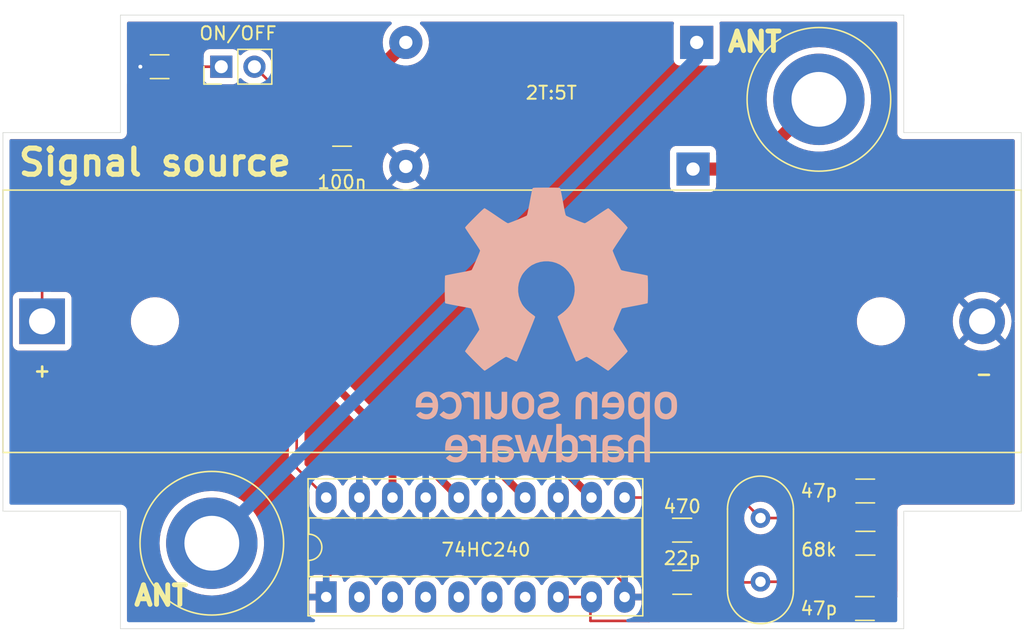
<source format=kicad_pcb>
(kicad_pcb (version 20240108) (generator "pcbnew") (generator_version "8.0")
  (layers (0 "F.Cu" signal) (31 "B.Cu" signal) (34 "B.Paste" user) (35 "F.Paste" user) (36 "B.SilkS" user "B.Silkscreen") (37 "F.SilkS" user "F.Silkscreen") (38 "B.Mask" user) (39 "F.Mask" user) (44 "Edge.Cuts" user))
  (net 0 "")
  (net 1 "Net-(U1-1Y0)")
  (net 2 "Net-(T1-AA)")
  (net 3 "GND")
  (net 4 "Net-(J1-Pin_1)")
  (net 5 "Net-(C3-Pad1)")
  (net 6 "Net-(U1-1A0)")
  (net 7 "Net-(U1-2A3)")
  (net 8 "Net-(J1-Pin_2)")
  (net 9 "Net-(J2-Pin_1)")
  (net 10 "Net-(J3-Pin_1)")
  (footprint "Capacitor_SMD:C_1206_3216Metric" (layer "F.Cu") (at 89.5 62.5)
    (property "Reference" "C2" (hide yes))
    (property "Value" "100n")
    (pad "1" smd roundrect (at -1.475 0) (size 1.15 1.8) (layers "F.Cu" "F.Paste" "F.Mask") (roundrect_rratio 0.217391) (net 3 "GND"))
    (pad "2" smd roundrect (at 1.475 0) (size 1.15 1.8) (layers "F.Cu" "F.Paste" "F.Mask") (roundrect_rratio 0.217391) (net 4 "Net-(J1-Pin_1)"))
  )
  (footprint "50474C:Transformer_BN73-202" (layer "F.Cu") (at 112.86 57.64)
    (property "Reference" "2T:5T" (at 6.64 6.86 0) (layer "F.SilkS"))
    (property "Value" "2T:5T")
    (pad "1" thru_hole circle (at -4.5 3) (size 2.54 2.54) (drill 1.02) (layers "*.Cu" "*.Mask") (net 2 "Net-(T1-AA)"))
    (pad "2" thru_hole circle (at -4.5 12.5) (size 2.54 2.54) (drill 1.02) (layers "*.Cu" "*.Mask") (net 3 "GND"))
    (pad "3" thru_hole rect (at 17.78 3) (size 2.54 2.54) (drill 1.02) (layers "*.Cu" "*.Mask") (net 9 "Net-(J2-Pin_1)"))
    (pad "4" thru_hole rect (at 17.5 12.7) (size 2.54 2.54) (drill 1.02) (layers "*.Cu" "*.Mask") (net 10 "Net-(J3-Pin_1)"))
  )
  (footprint "Resistor_SMD:R_1206_3216Metric" (layer "F.Cu") (at 143.5625 99)
    (property "Reference" "R1" (hide yes))
    (property "Value" "68k" (at -3.5625 0.5 0) (layer "F.SilkS"))
    (pad "1" smd roundrect (at -1.4625 0) (size 1.125 1.75) (layers "F.Cu" "F.Paste" "F.Mask") (roundrect_rratio 0.222222) (net 5 "Net-(C3-Pad1)"))
    (pad "2" smd roundrect (at 1.4625 0) (size 1.125 1.75) (layers "F.Cu" "F.Paste" "F.Mask") (roundrect_rratio 0.222222) (net 7 "Net-(U1-2A3)"))
  )
  (footprint "Capacitor_SMD:C_1206_3216Metric" (layer "F.Cu") (at 129.525 102 180)
    (property "Reference" "C3" (hide yes))
    (property "Value" "22p" (at 0 1.85 0) (layer "F.SilkS"))
    (pad "1" smd roundrect (at -1.475 0 180) (size 1.15 1.8) (layers "F.Cu" "F.Paste" "F.Mask") (roundrect_rratio 0.217391) (net 5 "Net-(C3-Pad1)"))
    (pad "2" smd roundrect (at 1.475 0 180) (size 1.15 1.8) (layers "F.Cu" "F.Paste" "F.Mask") (roundrect_rratio 0.217391) (net 6 "Net-(U1-1A0)"))
  )
  (footprint "Connector:Banana_Jack_1Pin" (layer "F.Cu") (at 140 65)
    (property "Reference" "J3" (hide yes))
    (property "Value" "ANT")
    (pad "1" thru_hole circle (at 0 0) (size 7 10.16) (drill 4.2) (layers "*.Cu" "*.Mask") (net 10 "Net-(J3-Pin_1)"))
  )
  (footprint "Resistor_SMD:R_1206_3216Metric" (layer "F.Cu") (at 129.525 98 180)
    (property "Reference" "R2" (hide yes))
    (property "Value" "470" (at 0 1.82 0) (layer "F.SilkS"))
    (pad "1" smd roundrect (at -1.4625 0 180) (size 1.125 1.75) (layers "F.Cu" "F.Paste" "F.Mask") (roundrect_rratio 0.222222) (net 5 "Net-(C3-Pad1)"))
    (pad "2" smd roundrect (at 1.4625 0 180) (size 1.125 1.75) (layers "F.Cu" "F.Paste" "F.Mask") (roundrect_rratio 0.222222) (net 6 "Net-(U1-1A0)"))
  )
  (footprint "Connector_PinHeader_2.54mm:PinHeader_1x02_P2.54mm_Vertical" (layer "F.Cu") (at 94.225 62.5 90)
    (property "Reference" "J1" (hide yes))
    (property "Value" "ON/OFF" (at 2.556 1.279 180) (layer "F.SilkS"))
    (pad "1" thru_hole rect (at 0 0 90) (size 1.7 1.7) (drill 1) (layers "*.Cu" "*.Mask") (net 4 "Net-(J1-Pin_1)"))
    (pad "2" thru_hole oval (at 0 2.54 90) (size 1.7 1.7) (drill 1) (layers "*.Cu" "*.Mask") (net 8 "Net-(J1-Pin_2)"))
  )
  (footprint "Capacitor_SMD:C_1206_3216Metric" (layer "F.Cu") (at 143.55 95 180)
    (property "Reference" "C5" (hide yes))
    (property "Value" "47p" (at 3.55 0 0) (layer "F.SilkS"))
    (pad "1" smd roundrect (at -1.475 0 180) (size 1.15 1.8) (layers "F.Cu" "F.Paste" "F.Mask") (roundrect_rratio 0.217391) (net 3 "GND"))
    (pad "2" smd roundrect (at 1.475 0 180) (size 1.15 1.8) (layers "F.Cu" "F.Paste" "F.Mask") (roundrect_rratio 0.217391) (net 7 "Net-(U1-2A3)"))
  )
  (footprint "Capacitor_SMD:C_1206_3216Metric" (layer "F.Cu") (at 103.475 69.5)
    (property "Reference" "C1" (hide yes))
    (property "Value" "100n" (at 0 1.85 0) (layer "F.SilkS"))
    (pad "1" smd roundrect (at -1.475 0) (size 1.15 1.8) (layers "F.Cu" "F.Paste" "F.Mask") (roundrect_rratio 0.217391) (net 1 "Net-(U1-1Y0)"))
    (pad "2" smd roundrect (at 1.475 0) (size 1.15 1.8) (layers "F.Cu" "F.Paste" "F.Mask") (roundrect_rratio 0.217391) (net 2 "Net-(T1-AA)"))
  )
  (footprint "Connector:Banana_Jack_1Pin" (layer "F.Cu") (at 93.5 99)
    (property "Reference" "J2" (hide yes))
    (property "Value" "ANT")
    (pad "1" thru_hole circle (at 0 0) (size 7 8) (drill 4.2) (layers "*.Cu" "*.Mask") (net 9 "Net-(J2-Pin_1)"))
  )
  (footprint "Crystal:Crystal_HC49-U_Vertical" (layer "F.Cu") (at 135.525 101.95 90)
    (property "Reference" "Y1" (hide yes))
    (property "Value" "1.8/3.5/7.0")
    (pad "1" thru_hole circle (at 0 0 90) (size 1.5 1.5) (drill 0.8) (layers "*.Cu" "*.Mask") (net 5 "Net-(C3-Pad1)"))
    (pad "2" thru_hole circle (at 4.88 0 90) (size 1.5 1.5) (drill 0.8) (layers "*.Cu" "*.Mask") (net 7 "Net-(U1-2A3)"))
  )
  (footprint "Capacitor_SMD:C_1206_3216Metric" (layer "F.Cu") (at 143.525 104 180)
    (property "Reference" "C4" (hide yes))
    (property "Value" "47p" (at 3.525 0 0) (layer "F.SilkS"))
    (pad "1" smd roundrect (at -1.475 0 180) (size 1.15 1.8) (layers "F.Cu" "F.Paste" "F.Mask") (roundrect_rratio 0.217391) (net 3 "GND"))
    (pad "2" smd roundrect (at 1.475 0 180) (size 1.15 1.8) (layers "F.Cu" "F.Paste" "F.Mask") (roundrect_rratio 0.217391) (net 5 "Net-(C3-Pad1)"))
  )
  (footprint "Package_DIP:DIP-20_W7.62mm_Socket_LongPads" (layer "F.Cu") (at 102.26 103.12 90)
    (property "Reference" "U1" (hide yes))
    (property "Value" "74HC240" (at 3.62 12.24 180) (layer "F.SilkS"))
    (pad "1" thru_hole rect (at 0 0 90) (size 2.4 1.6) (drill 0.8) (layers "*.Cu" "*.Mask") (net 3 "GND"))
    (pad "2" thru_hole oval (at 0 2.54 90) (size 2.4 1.6) (drill 0.8) (layers "*.Cu" "*.Mask") (net 6 "Net-(U1-1A0)"))
    (pad "3" thru_hole oval (at 0 5.08 90) (size 2.4 1.6) (drill 0.8) (layers "*.Cu" "*.Mask"))
    (pad "4" thru_hole oval (at 0 7.62 90) (size 2.4 1.6) (drill 0.8) (layers "*.Cu" "*.Mask") (net 6 "Net-(U1-1A0)"))
    (pad "5" thru_hole oval (at 0 10.16 90) (size 2.4 1.6) (drill 0.8) (layers "*.Cu" "*.Mask"))
    (pad "6" thru_hole oval (at 0 12.7 90) (size 2.4 1.6) (drill 0.8) (layers "*.Cu" "*.Mask") (net 6 "Net-(U1-1A0)"))
    (pad "7" thru_hole oval (at 0 15.24 90) (size 2.4 1.6) (drill 0.8) (layers "*.Cu" "*.Mask"))
    (pad "8" thru_hole oval (at 0 17.78 90) (size 2.4 1.6) (drill 0.8) (layers "*.Cu" "*.Mask") (net 6 "Net-(U1-1A0)"))
    (pad "9" thru_hole oval (at 0 20.32 90) (size 2.4 1.6) (drill 0.8) (layers "*.Cu" "*.Mask") (net 6 "Net-(U1-1A0)"))
    (pad "10" thru_hole oval (at 0 22.86 90) (size 2.4 1.6) (drill 0.8) (layers "*.Cu" "*.Mask") (net 3 "GND"))
    (pad "11" thru_hole oval (at 7.62 22.86 90) (size 2.4 1.6) (drill 0.8) (layers "*.Cu" "*.Mask") (net 7 "Net-(U1-2A3)"))
    (pad "12" thru_hole oval (at 7.62 20.32 90) (size 2.4 1.6) (drill 0.8) (layers "*.Cu" "*.Mask") (net 1 "Net-(U1-1Y0)"))
    (pad "13" thru_hole oval (at 7.62 17.78 90) (size 2.4 1.6) (drill 0.8) (layers "*.Cu" "*.Mask") (net 3 "GND"))
    (pad "14" thru_hole oval (at 7.62 15.24 90) (size 2.4 1.6) (drill 0.8) (layers "*.Cu" "*.Mask") (net 1 "Net-(U1-1Y0)"))
    (pad "15" thru_hole oval (at 7.62 12.7 90) (size 2.4 1.6) (drill 0.8) (layers "*.Cu" "*.Mask") (net 3 "GND"))
    (pad "16" thru_hole oval (at 7.62 10.16 90) (size 2.4 1.6) (drill 0.8) (layers "*.Cu" "*.Mask") (net 1 "Net-(U1-1Y0)"))
    (pad "17" thru_hole oval (at 7.62 7.62 90) (size 2.4 1.6) (drill 0.8) (layers "*.Cu" "*.Mask") (net 3 "GND"))
    (pad "18" thru_hole oval (at 7.62 5.08 90) (size 2.4 1.6) (drill 0.8) (layers "*.Cu" "*.Mask") (net 1 "Net-(U1-1Y0)"))
    (pad "19" thru_hole oval (at 7.62 2.54 90) (size 2.4 1.6) (drill 0.8) (layers "*.Cu" "*.Mask") (net 3 "GND"))
    (pad "20" thru_hole oval (at 7.62 0 90) (size 2.4 1.6) (drill 0.8) (layers "*.Cu" "*.Mask") (net 8 "Net-(J1-Pin_2)"))
  )
  (footprint "Battery:BatteryHolder_MPD_BH-18650-PC2" (layer "F.Cu") (at 80.5 82)
    (property "Reference" "BT2" (hide yes))
    (property "Value" "18650")
    (pad "" np_thru_hole circle (at 8.645 0) (size 3.2 3.2) (drill 3.2) (layers "*.Cu" "*.Mask"))
    (pad "" np_thru_hole circle (at 64.255 0) (size 3.2 3.2) (drill 3.2) (layers "*.Cu" "*.Mask"))
    (pad "1" thru_hole rect (at 0 0) (size 3.5 3.5) (drill 2) (layers "*.Cu" "*.Mask") (net 4 "Net-(J1-Pin_1)"))
    (pad "2" thru_hole circle (at 72 0) (size 3.5 3.5) (drill 2) (layers "*.Cu" "*.Mask") (net 3 "GND"))
  )
  (footprint "LOGO" (layer "B.Cu") (at 119.126 82.296 180)
    (property "Reference" "G***" (hide yes))
    (property "Value" "LOGO" (hide yes))
  )
  (gr_line (start 146.5 58.548) (end 146.5 67.548) (stroke (width 0.05)) (layer "Edge.Cuts"))
  (gr_line (start 86.5 58.548) (end 146.5 58.548) (stroke (width 0.05)) (layer "Edge.Cuts"))
  (gr_line (start 146.5 96.548) (end 146.5 105.548) (stroke (width 0.05)) (layer "Edge.Cuts"))
  (gr_line (start 146.5 67.548) (end 155.5 67.548) (stroke (width 0.05)) (layer "Edge.Cuts"))
  (gr_line (start 86.5 105.548) (end 86.5 96.548) (stroke (width 0.05)) (layer "Edge.Cuts"))
  (gr_line (start 86.5 67.548) (end 86.5 58.548) (stroke (width 0.05)) (layer "Edge.Cuts"))
  (gr_line (start 155.5 96.548) (end 146.5 96.548) (stroke (width 0.05)) (layer "Edge.Cuts"))
  (gr_line (start 77.5 67.548) (end 86.5 67.548) (stroke (width 0.05)) (layer "Edge.Cuts"))
  (gr_line (start 146.5 105.548) (end 86.5 105.548) (stroke (width 0.05)) (layer "Edge.Cuts"))
  (gr_line (start 77.5 96.548) (end 77.5 67.548) (stroke (width 0.05)) (layer "Edge.Cuts"))
  (gr_line (start 155.5 67.548) (end 155.5 96.548) (stroke (width 0.05)) (layer "Edge.Cuts"))
  (gr_line (start 86.5 96.548) (end 77.5 96.548) (stroke (width 0.05)) (layer "Edge.Cuts"))
  (gr_text "-" (at 151.892 86.614 0) (layer "F.SilkS") (effects (font (size 1 1) (thickness 0.2) (bold yes)) (justify left bottom)))
  (gr_text "+" (at 79.756 86.36 0) (layer "F.SilkS") (effects (font (size 1 1) (thickness 0.2) (bold yes)) (justify left bottom)))
  (gr_text "ANT" (at 87.376 103.886 0) (layer "F.SilkS") (effects (font (size 1.5 1.5) (thickness 0.375) (bold yes)) (justify left bottom)))
  (gr_text "ANT" (at 132.842 61.468 0) (layer "F.SilkS") (effects (font (size 1.5 1.5) (thickness 0.375) (bold yes)) (justify left bottom)))
  (gr_text "Signal source" (at 78.5 71 0) (layer "F.SilkS") (effects (font (size 2 2) (thickness 0.4) (bold yes)) (justify left bottom)))
  (segment (start 107.5 91.5) (end 107.34 91.66) (width 0.2) (layer "F.Cu") (net 1))
  (segment (start 108.42 91.5) (end 108 91.5) (width 0.2) (layer "F.Cu") (net 1))
  (segment (start 102 86) (end 107.5 91.5) (width 0.6) (layer "F.Cu") (net 1))
  (segment (start 113.5 91.5) (end 107.5 91.5) (width 0.2) (layer "F.Cu") (net 1))
  (segment (start 117.5 95.5) (end 113.5 91.5) (width 0.6) (layer "F.Cu") (net 1))
  (segment (start 112.42 95.5) (end 108.42 91.5) (width 0.6) (layer "F.Cu") (net 1))
  (segment (start 118.58 91.5) (end 122.58 95.5) (width 0.6) (layer "F.Cu") (net 1))
  (segment (start 107.34 91.66) (end 107.34 95.5) (width 0.6) (layer "F.Cu") (net 1))
  (segment (start 108 91.5) (end 107.5 91.5) (width 0.2) (layer "F.Cu") (net 1))
  (segment (start 107.5 91.5) (end 118.58 91.5) (width 0.6) (layer "F.Cu") (net 1))
  (segment (start 102 69.5) (end 102 86) (width 0.6) (layer "F.Cu") (net 1))
  (segment (start 104.95 69.5) (end 104.95 64.05) (width 1) (layer "F.Cu") (net 2))
  (segment (start 104.95 64.05) (end 108.36 60.64) (width 1) (layer "F.Cu") (net 2))
  (segment (start 109 100) (end 104 100) (width 0.2) (layer "F.Cu") (net 3))
  (segment (start 88.025 62.5) (end 88.025 61.475) (width 0.2) (layer "F.Cu") (net 3))
  (segment (start 118.5 100) (end 114 100) (width 0.2) (layer "F.Cu") (net 3))
  (segment (start 145.9 103.1) (end 145.9 95.875) (width 0.2) (layer "F.Cu") (net 3))
  (segment (start 125.12 103.12) (end 125.12 102.12) (width 0.2) (layer "F.Cu") (net 3))
  (segment (start 123 100) (end 118.5 100) (width 0.2) (layer "F.Cu") (net 3))
  (segment (start 125.12 102.12) (end 123 100) (width 0.2) (layer "F.Cu") (net 3))
  (segment (start 104 100) (end 102.26 101.74) (width 0.2) (layer "F.Cu") (net 3))
  (segment (start 114.96 95.5) (end 114.96 99.04) (width 0.2) (layer "F.Cu") (net 3))
  (segment (start 114 100) (end 109 100) (width 0.2) (layer "F.Cu") (net 3))
  (segment (start 145 104) (end 145.9 103.1) (width 0.2) (layer "F.Cu") (net 3))
  (segment (start 145.9 95.875) (end 145.025 95) (width 0.2) (layer "F.Cu") (net 3))
  (segment (start 104.8 95.5) (end 104.8 99.2) (width 0.2) (layer "F.Cu") (net 3))
  (segment (start 120.04 98.46) (end 118.5 100) (width 0.2) (layer "F.Cu") (net 3))
  (segment (start 109.88 99.12) (end 109 100) (width 0.2) (layer "F.Cu") (net 3))
  (segment (start 114.96 99.04) (end 114 100) (width 0.2) (layer "F.Cu") (net 3))
  (segment (start 102.26 101.74) (end 102.26 103.12) (width 0.2) (layer "F.Cu") (net 3))
  (segment (start 109.88 95.5) (end 109.88 99.12) (width 0.2) (layer "F.Cu") (net 3))
  (segment (start 120.04 95.5) (end 120.04 98.46) (width 0.2) (layer "F.Cu") (net 3))
  (segment (start 104.8 99.2) (end 104 100) (width 0.2) (layer "F.Cu") (net 3))
  (via (at 88.025 62.5) (size 0.6) (drill 0.3) (layers "F.Cu" "B.Cu") (net 3))
  (segment (start 152.5 82) (end 144.5 90) (width 0.2) (layer "B.Cu") (net 3))
  (segment (start 88 65.5) (end 88.025 65.475) (width 0.2) (layer "B.Cu") (net 3))
  (segment (start 144.5 90) (end 123 90) (width 0.2) (layer "B.Cu") (net 3))
  (segment (start 120.04 92.96) (end 120.04 95.5) (width 0.2) (layer "B.Cu") (net 3))
  (segment (start 123 90) (end 120.04 92.96) (width 0.2) (layer "B.Cu") (net 3))
  (segment (start 90.975 66.525) (end 90.975 62.5) (width 0.2) (layer "F.Cu") (net 4))
  (segment (start 94.225 62.5) (end 90.975 62.5) (width 0.2) (layer "F.Cu") (net 4))
  (segment (start 80.5 77) (end 90.975 66.525) (width 0.2) (layer "F.Cu") (net 4))
  (segment (start 80.5 82) (end 80.5 77) (width 0.2) (layer "F.Cu") (net 4))
  (segment (start 135.525 101.95) (end 140 101.95) (width 0.2) (layer "F.Cu") (net 5))
  (segment (start 142.1 99.5) (end 142.1 103.95) (width 0.2) (layer "F.Cu") (net 5))
  (segment (start 131 98.0125) (end 130.9875 98) (width 0.2) (layer "F.Cu") (net 5))
  (segment (start 135.475 102) (end 135.525 101.95) (width 0.2) (layer "F.Cu") (net 5))
  (segment (start 142.1 103.95) (end 142.05 104) (width 0.2) (layer "F.Cu") (net 5))
  (segment (start 131 102) (end 135.475 102) (width 0.2) (layer "F.Cu") (net 5))
  (segment (start 140 101.95) (end 142.05 104) (width 0.2) (layer "F.Cu") (net 5))
  (segment (start 131 102) (end 131 98.0125) (width 0.2) (layer "F.Cu") (net 5))
  (segment (start 122.5 103.2) (end 122.58 103.12) (width 0.2) (layer "F.Cu") (net 6))
  (segment (start 122.5 104.948) (end 122.5 103.2) (width 0.2) (layer "F.Cu") (net 6))
  (segment (start 128.05 102) (end 128.05 103.898) (width 0.2) (layer "F.Cu") (net 6))
  (segment (start 128.05 102) (end 128.05 98.0125) (width 0.2) (layer "F.Cu") (net 6))
  (segment (start 128.05 103.898) (end 127 104.948) (width 0.2) (layer "F.Cu") (net 6))
  (segment (start 128.05 98.0125) (end 128.0625 98) (width 0.2) (layer "F.Cu") (net 6))
  (segment (start 120.04 103.12) (end 122.58 103.12) (width 0.2) (layer "F.Cu") (net 6))
  (segment (start 127 104.948) (end 122.5 104.948) (width 0.2) (layer "F.Cu") (net 6))
  (segment (start 145.025 97.95) (end 142.075 95) (width 0.2) (layer "F.Cu") (net 7))
  (segment (start 133.955 95.5) (end 125.12 95.5) (width 0.2) (layer "F.Cu") (net 7))
  (segment (start 135.525 97.07) (end 133.955 95.5) (width 0.2) (layer "F.Cu") (net 7))
  (segment (start 135.525 97.07) (end 140.005 97.07) (width 0.2) (layer "F.Cu") (net 7))
  (segment (start 140.005 97.07) (end 142.075 95) (width 0.2) (layer "F.Cu") (net 7))
  (segment (start 145.025 99.5) (end 145.025 97.95) (width 0.2) (layer "F.Cu") (net 7))
  (segment (start 100 93.24) (end 102.26 95.5) (width 0.2) (layer "F.Cu") (net 8))
  (segment (start 100 65.735) (end 100 93.24) (width 0.2) (layer "F.Cu") (net 8))
  (segment (start 96.765 62.5) (end 100 65.735) (width 0.2) (layer "F.Cu") (net 8))
  (segment (start 130.64 61.86) (end 93.5 99) (width 1) (layer "B.Cu") (net 9))
  (segment (start 130.64 60.64) (end 130.64 61.86) (width 0.2) (layer "B.Cu") (net 9))
  (segment (start 130.36 70.34) (end 134.66 70.34) (width 1) (layer "F.Cu") (net 10))
  (segment (start 134.66 70.34) (end 140 65) (width 1) (layer "F.Cu") (net 10))
  (zone (net 3) (net_name "GND") (layer "F.Cu") (priority 1) (connect_pads (clearance 0.5)) (min_thickness 0.25) (fill yes (thermal_gap 0.5) (thermal_bridge_width 0.5))
    (polygon (pts (xy 77.5 67.5) (xy 86.5 67.5) (xy 86.5 58.5) (xy 146.5 58.5) (xy 146.5 67.5) (xy 155.5 67.5) (xy 155.5 96.5) (xy 146.5 96.5) (xy 146.5 105) (xy 87 105) (xy 87 96) (xy 78 96) (xy 78 68)))
  )
  (zone (net 3) (net_name "GND") (layer "B.Cu") (connect_pads (clearance 0.5)) (min_thickness 0.25) (fill yes (thermal_gap 0.5) (thermal_bridge_width 0.5))
    (polygon (pts (xy 77.5 67.5) (xy 86.5 67.5) (xy 86.5 58.5) (xy 146.5 59) (xy 146.5 67.5) (xy 155.5 67.5) (xy 155.5 96) (xy 146.5 96.5) (xy 146.5 105.5) (xy 86.5 105.5) (xy 86.5 96.5) (xy 77.5 96.5)))
  )
)
</source>
